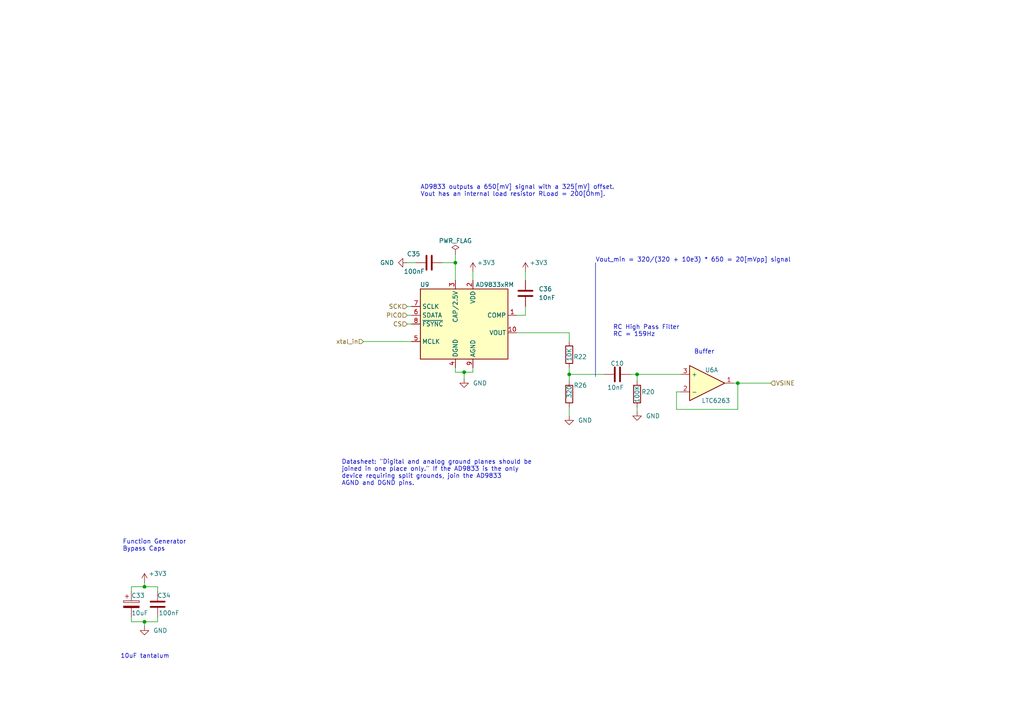
<source format=kicad_sch>
(kicad_sch (version 20230121) (generator eeschema)
  (paper "A4")
  (lib_symbols
    (symbol "Device:C" (pin_numbers hide) (pin_names (offset 0.254))
      (property "Reference" "C" (at 0.635 2.54 0))
      (property "Value" "C" (at 0.635 -2.54 0))
      (symbol "C_0_1"
        (polyline (pts (xy -2.032 -0.762) (xy 2.032 -0.762)) (stroke (width 0.508)))
        (polyline (pts (xy -2.032 0.762) (xy 2.032 0.762)) (stroke (width 0.508)))
      )
      (symbol "C_1_1"
        (pin passive line (at 0 3.81 270) (length 2.794) (name "~") (number "1"))
        (pin passive line (at 0 -3.81 90) (length 2.794) (name "~") (number "2"))
      )
    )
    (symbol "Device:C_Polarized" (pin_numbers hide) (pin_names (offset 0.254))
      (property "Reference" "C" (at 0.635 2.54 0))
      (property "Value" "C_Polarized" (at 0.635 -2.54 0))
      (symbol "C_Polarized_0_1"
        (rectangle (start -2.286 0.508) (end 2.286 1.016))
        (polyline (pts (xy -1.778 2.286) (xy -0.762 2.286)))
        (polyline (pts (xy -1.27 2.794) (xy -1.27 1.778)))
        (rectangle (start 2.286 -0.508) (end -2.286 -1.016) (fill (type outline)))
      )
      (symbol "C_Polarized_1_1"
        (pin passive line (at 0 3.81 270) (length 2.794) (name "~") (number "1"))
        (pin passive line (at 0 -3.81 90) (length 2.794) (name "~") (number "2"))
      )
    )
    (symbol "Device:R" (pin_numbers hide) (pin_names (offset 0))
      (property "Reference" "R" (at 2.032 0 90))
      (property "Value" "R" (at 0 0 90))
      (symbol "R_0_1"
        (rectangle (start -1.016 -2.54) (end 1.016 2.54) (stroke (width 0.254)))
      )
      (symbol "R_1_1"
        (pin passive line (at 0 3.81 270) (length 1.27) (name "~") (number "1"))
        (pin passive line (at 0 -3.81 90) (length 1.27) (name "~") (number "2"))
      )
    )
    (symbol "Interface:AD9833xRM"
      (property "Reference" "U" (at -12.7 11.43 0))
      (property "Value" "AD9833xRM" (at 5.08 11.43 0))
      (symbol "AD9833xRM_0_1"
        (rectangle (start -12.7 10.16) (end 12.7 -10.16) (stroke (width 0.254)) (fill (type background)))
      )
      (symbol "AD9833xRM_1_1"
        (pin passive line (at 15.24 2.54 180) (length 2.54) (name "COMP") (number "1"))
        (pin output line (at 15.24 -2.54 180) (length 2.54) (name "VOUT") (number "10"))
        (pin power_in line (at 2.54 12.7 270) (length 2.54) (name "VDD") (number "2"))
        (pin power_in line (at -2.54 12.7 270) (length 2.54) (name "CAP/2.5V") (number "3"))
        (pin power_in line (at -2.54 -12.7 90) (length 2.54) (name "DGND") (number "4"))
        (pin input line (at -15.24 -5.08 0) (length 2.54) (name "MCLK") (number "5"))
        (pin input line (at -15.24 2.54 0) (length 2.54) (name "SDATA") (number "6"))
        (pin input line (at -15.24 5.08 0) (length 2.54) (name "SCLK") (number "7"))
        (pin input line (at -15.24 0 0) (length 2.54) (name "~{FSYNC}") (number "8"))
        (pin power_in line (at 2.54 -12.7 90) (length 2.54) (name "AGND") (number "9"))
      )
    )
    (symbol "kicad_component_library:LTC6263"
      (property "Reference" "U" (at 2.54 -3.81 0))
      (property "Value" "LTC6263" (at 6.35 3.81 0))
      (symbol "LTC6263_1_1"
        (polyline (pts (xy -2.54 5.08) (xy 7.62 0) (xy -2.54 -5.08) (xy -2.54 5.08)) (stroke (width 0.254)) (fill (type background)))
        (pin output line (at 10.16 0 180) (length 2.54) (name "~") (number "1"))
        (pin input line (at -5.08 -2.54 0) (length 2.54) (name "-") (number "2"))
        (pin input line (at -5.08 2.54 0) (length 2.54) (name "+") (number "3"))
      )
      (symbol "LTC6263_2_1"
        (polyline (pts (xy -2.54 5.08) (xy 7.62 0) (xy -2.54 -5.08) (xy -2.54 5.08)) (stroke (width 0.254)) (fill (type background)))
        (pin input line (at -5.08 2.54 0) (length 2.54) (name "+") (number "5"))
        (pin input line (at -5.08 -2.54 0) (length 2.54) (name "-") (number "6"))
        (pin output line (at 10.16 0 180) (length 2.54) (name "~") (number "7"))
      )
      (symbol "LTC6263_3_1"
        (polyline (pts (xy -2.54 5.08) (xy 7.62 0) (xy -2.54 -5.08) (xy -2.54 5.08)) (stroke (width 0.254)) (fill (type background)))
        (pin output line (at 10.16 0 180) (length 2.54) (name "~") (number "10"))
        (pin input line (at -5.08 -2.54 0) (length 2.54) (name "-") (number "11"))
        (pin input line (at -5.08 2.54 0) (length 2.54) (name "+") (number "12"))
      )
      (symbol "LTC6263_4_1"
        (polyline (pts (xy -2.54 -5.08) (xy 7.62 0) (xy -2.54 5.08) (xy -2.54 -5.08)) (stroke (width 0.254)) (fill (type background)))
        (pin input line (at -5.08 2.54 0) (length 2.54) (name "+") (number "14"))
        (pin input line (at -5.08 -2.54 0) (length 2.54) (name "-") (number "15"))
        (pin output line (at 10.16 0 180) (length 2.54) (name "~") (number "16"))
      )
      (symbol "LTC6263_5_1"
        (pin power_in line (at 0 -7.62 90) (length 3.81) (name "V-") (number "13"))
        (pin power_in line (at 0 7.62 270) (length 3.81) (name "V+") (number "4"))
        (pin no_connect line (at 0 -0.635 0) (length 2.54) hide (name "NC") (number "8"))
        (pin no_connect line (at 0 0.635 0) (length 2.54) hide (name "NC") (number "9"))
      )
    )
    (symbol "power:+3.3V" (power) (pin_names (offset 0))
      (property "Value" "+3.3V" (at 0 3.556 0))
      (symbol "+3.3V_0_1"
        (polyline (pts (xy -0.762 1.27) (xy 0 2.54)))
        (polyline (pts (xy 0 0) (xy 0 2.54)))
        (polyline (pts (xy 0 2.54) (xy 0.762 1.27)))
      )
      (symbol "+3.3V_1_1"
        (pin power_in line (at 0 0 90) (length 0) hide (name "+3V3") (number "1"))
      )
    )
    (symbol "power:GND" (power) (pin_names (offset 0))
      (property "Value" "GND" (at 0 -3.81 0))
      (symbol "GND_0_1"
        (polyline (pts (xy 0 0) (xy 0 -1.27) (xy 1.27 -1.27) (xy 0 -2.54) (xy -1.27 -1.27) (xy 0 -1.27)))
      )
      (symbol "GND_1_1"
        (pin power_in line (at 0 0 270) (length 0) hide (name "GND") (number "1"))
      )
    )
    (symbol "power:PWR_FLAG" (power) (pin_numbers hide) (pin_names (offset 0) hide)
      (property "Value" "PWR_FLAG" (at 0 3.81 0))
      (symbol "PWR_FLAG_0_0"
        (pin power_out line (at 0 0 90) (length 0) (name "pwr") (number "1"))
      )
      (symbol "PWR_FLAG_0_1"
        (polyline (pts (xy 0 0) (xy 0 1.27) (xy -1.016 1.905) (xy 0 2.54) (xy 1.016 1.905) (xy 0 1.27)))
      )
    )
  )
  (junction (at 165.1 108.585))
  (junction (at 213.995 111.125))
  (junction (at 134.62 107.95))
  (junction (at 184.785 108.585))
  (junction (at 41.91 180.34))
  (junction (at 41.91 170.18))
  (junction (at 132.08 76.2))
  (wire (pts (xy 41.91 180.34) (xy 38.1 180.34)))
  (wire (pts (xy 165.1 96.52) (xy 165.1 99.06)))
  (wire (pts (xy 213.995 111.125) (xy 213.995 118.745)))
  (wire (pts (xy 165.1 108.585) (xy 165.1 110.49)))
  (wire (pts (xy 41.91 170.18) (xy 41.91 168.91)))
  (wire (pts (xy 137.16 78.74) (xy 137.16 81.28)))
  (wire (pts (xy 118.11 88.9) (xy 119.38 88.9)))
  (wire (pts (xy 182.88 108.585) (xy 184.785 108.585)))
  (wire (pts (xy 38.1 171.45) (xy 38.1 170.18)))
  (wire (pts (xy 118.11 76.2) (xy 120.65 76.2)))
  (wire (pts (xy 152.4 91.44) (xy 149.86 91.44)))
  (wire (pts (xy 105.41 99.06) (xy 119.38 99.06)))
  (wire (pts (xy 132.08 73.66) (xy 132.08 76.2)))
  (wire (pts (xy 134.62 107.95) (xy 137.16 107.95)))
  (wire (pts (xy 165.1 108.585) (xy 175.26 108.585)))
  (wire (pts (xy 132.08 107.95) (xy 132.08 106.68)))
  (wire (pts (xy 118.11 91.44) (xy 119.38 91.44)))
  (wire (pts (xy 152.4 78.74) (xy 152.4 81.28)))
  (wire (pts (xy 152.4 88.9) (xy 152.4 91.44)))
  (wire (pts (xy 134.62 109.855) (xy 134.62 107.95)))
  (wire (pts (xy 45.72 170.18) (xy 45.72 171.45)))
  (wire (pts (xy 184.785 108.585) (xy 197.485 108.585)))
  (wire (pts (xy 196.215 113.665) (xy 196.215 118.745)))
  (wire (pts (xy 45.72 179.07) (xy 45.72 180.34)))
  (wire (pts (xy 41.91 180.34) (xy 41.91 181.61)))
  (wire (pts (xy 41.91 170.18) (xy 45.72 170.18)))
  (wire (pts (xy 38.1 170.18) (xy 41.91 170.18)))
  (wire (pts (xy 132.08 81.28) (xy 132.08 76.2)))
  (wire (pts (xy 149.86 96.52) (xy 165.1 96.52)))
  (wire (pts (xy 137.16 107.95) (xy 137.16 106.68)))
  (wire (pts (xy 118.11 93.98) (xy 119.38 93.98)))
  (wire (pts (xy 196.215 118.745) (xy 213.995 118.745)))
  (wire (pts (xy 45.72 180.34) (xy 41.91 180.34)))
  (wire (pts (xy 184.785 108.585) (xy 184.785 110.49)))
  (wire (pts (xy 132.08 107.95) (xy 134.62 107.95)))
  (wire (pts (xy 213.995 111.125) (xy 223.52 111.125)))
  (wire (pts (xy 197.485 113.665) (xy 196.215 113.665)))
  (wire (pts (xy 213.995 111.125) (xy 212.725 111.125)))
  (wire (pts (xy 132.08 76.2) (xy 128.27 76.2)))
  (wire (pts (xy 184.785 118.11) (xy 184.785 119.38)))
  (wire (pts (xy 165.1 118.11) (xy 165.1 120.65)))
  (wire (pts (xy 38.1 180.34) (xy 38.1 179.07)))
  (wire (pts (xy 165.1 106.68) (xy 165.1 108.585)))
  (polyline (pts (xy 172.72 76.2) (xy 172.72 109.22)))
  (text "RC High Pass Filter\nRC = 159Hz" (at 177.8 97.79 0) (effects (font (size 1.27 1.27)) (justify left bottom)))
  (text "Function Generator\nBypass Caps" (at 35.56 160.02 0) (effects (font (size 1.27 1.27)) (justify left bottom)))
  (text "Vout_min = 320/(320 + 10e3) * 650 = 20[mVpp] signal" (at 172.72 76.2 0) (effects (font (size 1.27 1.27)) (justify left bottom)))
  (text "Datasheet: \"Digital and analog ground planes should be\njoined in one place only.\" If the AD9833 is the only \ndevice requiring split grounds, join the AD9833\nAGND and DGND pins." (at 99.06 140.97 0) (effects (font (size 1.27 1.27)) (justify left bottom)))
  (text "AD9833 outputs a 650[mV] signal with a 325[mV] offset.\nVout has an internal load resistor RLoad = 200[Ohm]." (at 121.92 57.15 0) (effects (font (size 1.27 1.27)) (justify left bottom)))
  (text "Buffer" (at 201.295 102.87 0) (effects (font (size 1.27 1.27)) (justify left bottom)))
  (text "10uF tantalum" (at 34.925 191.135 0) (effects (font (size 1.27 1.27)) (justify left bottom)))
  (hierarchical_label "PICO" (shape input) (at 118.11 91.44 180))
  (hierarchical_label "CS" (shape input) (at 118.11 93.98 180))
  (hierarchical_label "xtal_in" (shape input) (at 105.41 99.06 180))
  (hierarchical_label "VSINE" (shape input) (at 223.52 111.125 0))
  (hierarchical_label "SCK" (shape input) (at 118.11 88.9 180))
  (symbol (lib_id "Device:R") (at 184.785 114.3 180) (unit 1)
    (property "Reference" "R20" (at 187.96 113.665 0))
    (property "Value" "100K" (at 184.785 114.3 90))
    (property "Footprint" "Resistor_SMD:R_0402_1005Metric" (effects hide))
    (property "Datasheet" "https://www.yageo.com/upload/media/product/productsearch/datasheet/rchip/PYu-RT_1-to-0.01_RoHS_L_15.pdf" (effects hide))
    (property "Link" "https://www.digikey.com/en/products/detail/yageo/RT0402BRD07100KL/1068989" (effects hide))
    (property "Manufacturer" "Yageo" (effects hide))
    (property "Manufacturer Number" "RT0402BRD07100KL" (effects hide))
    (property "Tolerance" "0.1%" (effects hide))
    (instances (project "harp_lick_detector_capactive" (path "" (reference "R20") (unit 1)) (path "" (reference "R27") (unit 1))))
  )
  (symbol (lib_id "power:GND") (at 165.1 120.65 0) (unit 1)
    (property "Reference" "#PWR0103" (effects hide))
    (property "Value" "GND" (at 167.64 121.9199 0) (effects (justify left)))
    (instances (project "harp_lick_detector_capactive" (path "" (reference "#PWR0103") (unit 1)) (path "" (reference "#PWR0110") (unit 1)) (path "" (reference "#PWR071") (unit 1))))
  )
  (symbol (lib_id "Device:C") (at 179.07 108.585 90) (unit 1)
    (property "Reference" "C10" (at 180.975 105.41 90) (effects (justify left)))
    (property "Value" "10nF" (at 180.975 112.395 90) (effects (justify left)))
    (property "Footprint" "Capacitor_SMD:C_0402_1005Metric" (effects hide))
    (property "Datasheet" "https://search.murata.co.jp/Ceramy/image/img/A01X/G101/ENG/GRM1555C1E103GE01-01A.pdf" (effects hide))
    (property "Link" "https://www.digikey.com/en/products/detail/murata-electronics/GRM1555C1E103GE01D/16033920" (effects hide))
    (property "Manufacturer Number" "GRM1555C1E103GE01D" (effects hide))
    (property "Manufacturer" "Murata Electronics" (effects hide))
    (property "Rated Voltage" "25V" (effects hide))
    (property "Temperature Coefficient" "COG/NP0" (effects hide))
    (property "Vendor Number" "490-GRM1555C1E103GE01DDKR-ND" (effects hide))
    (property "Tolerance" "2%" (effects hide))
    (instances (project "harp_lick_detector_capactive" (path "" (reference "C10") (unit 1)) (path "" (reference "C32") (unit 1))))
  )
  (symbol (lib_id "Device:C") (at 152.4 85.09 180) (unit 1)
    (property "Reference" "C36" (at 156.21 83.8199 0) (effects (justify right)))
    (property "Value" "10nF" (at 156.21 86.3599 0) (effects (justify right)))
    (property "Footprint" "Capacitor_SMD:C_0402_1005Metric_Pad0.74x0.62mm_HandSolder" (effects hide))
    (property "Datasheet" "https://www.yageo.com/upload/media/product/productsearch/datasheet/mlcc/UPY-GPHC_X7R_6.3V-to-250V_23.pdf" (effects hide))
    (property "Link" "https://www.digikey.com/en/products/detail/yageo/CC0402KPX7R8BB103/11490384" (effects hide))
    (property "Manufacturer" "Yageo" (effects hide))
    (property "Manufacturer Number" "CC0402KPX7R8BB103" (effects hide))
    (property "Rated Voltage" "25V" (effects hide))
    (property "Temperature Coefficient" "X7R" (effects hide))
    (property "Tolerance" "10%" (effects hide))
  )
  (symbol (lib_id "Device:C_Polarized") (at 38.1 175.26 0) (unit 1)
    (property "Reference" "C33" (at 38.1 172.72 0) (effects (justify left)))
    (property "Value" "10uF" (at 38.1 177.8 0) (effects (justify left)))
    (property "Footprint" "Capacitor_SMD:C_0805_2012Metric_Pad1.18x1.45mm_HandSolder" (effects hide))
    (property "Datasheet" "https://connect.kemet.com:7667/gateway/IntelliData-ComponentDocumentation/1.0/download/specsheet/T529P106M010AAE200" (effects hide))
    (property "Link" "https://www.digikey.com/en/products/detail/kemet/T529P106M010AAE200/8582783" (effects hide))
    (property "Manufacturer" "Kemet" (effects hide))
    (property "Manufacturer Number" "T529P106M010AAE200" (effects hide))
    (property "Rated Voltage" "10V" (effects hide))
    (property "Tolerance" "20%" (effects hide))
    (property "Notes" "200mOhm ESR @ 100KHz, marking on positive side" (effects hide))
  )
  (symbol (lib_id "power:+3.3V") (at 41.91 168.91 0) (unit 1)
    (property "Reference" "#PWR066" (effects hide))
    (property "Value" "+3.3V" (at 45.72 166.37 0))
  )
  (symbol (lib_id "power:GND") (at 134.62 109.855 0) (unit 1)
    (property "Reference" "#PWR0103" (effects hide))
    (property "Value" "GND" (at 137.16 111.1249 0) (effects (justify left)))
    (instances (project "harp_lick_detector_capactive" (path "" (reference "#PWR0103") (unit 1)) (path "" (reference "#PWR0110") (unit 1)) (path "" (reference "#PWR090") (unit 1))))
  )
  (symbol (lib_id "Device:R") (at 165.1 114.3 0) (unit 1)
    (property "Reference" "R26" (at 166.37 111.76 0) (effects (justify left)))
    (property "Value" "320" (at 165.1 115.57 90) (effects (justify left)))
    (property "Footprint" "Resistor_SMD:R_0402_1005Metric" (effects hide))
    (property "Datasheet" "https://mm.digikey.com/Volume0/opasdata/d220001/medias/docus/323/RN73R_Type_DS.pdf" (effects hide))
    (property "Link" "https://www.digikey.com/en/products/detail/koa-speer-electronics-inc/RN73R1ETTP3200B25/10003722" (effects hide))
    (property "Manufacturer" "KOA Speer Electronics, Inc." (effects hide))
    (property "Manufacturer Number" "RN73R1ETTP3200B25" (effects hide))
    (property "Tolerance" "0.1%" (effects hide))
    (property "Vendor Number" "2019-RN73R1ETTP3200B25DKR-ND" (effects hide))
  )
  (symbol (lib_id "kicad_component_library:LTC6263") (at 202.565 111.125 0) (unit 1)
    (property "Reference" "U6" (at 206.375 107.315 0))
    (property "Value" "LTC6263" (at 207.645 116.205 0))
    (property "Footprint" "Package_SO:MSOP-16_3x4mm_P0.5mm" (effects hide))
    (property "Datasheet" "https://www.analog.com/media/en/technical-documentation/data-sheets/626123fa.pdf" (effects hide))
    (property "Link" "https://www.digikey.com/en/products/detail/analog-devices-inc/LTC6263IMS-PBF/6596388" (effects hide))
    (property "Manufacturer" "Analog Devices Inc." (effects hide))
    (property "Manufacturer Number" "LTC6263IMS#PBF" (effects hide))
  )
  (symbol (lib_id "power:+3.3V") (at 137.16 78.74 0) (unit 1)
    (property "Reference" "#PWR072" (effects hide))
    (property "Value" "+3.3V" (at 140.97 76.2 0))
  )
  (symbol (lib_id "Device:C") (at 124.46 76.2 90) (unit 1)
    (property "Reference" "C35" (at 121.92 73.66 90) (effects (justify left)))
    (property "Value" "100nF" (at 123.19 78.74 90) (effects (justify left)))
    (property "Footprint" "Capacitor_SMD:C_0402_1005Metric_Pad0.74x0.62mm_HandSolder" (effects hide))
    (property "Datasheet" "http://www.passivecomponent.com/wp-content/uploads/datasheet/WTC_MLCC_General_Purpose.pdf" (effects hide))
    (property "Link" "https://www.digikey.com/en/products/detail/walsin-technology-corporation/0402B104K160CT/6707534" (effects hide))
    (property "Manufacturer" "Walson Technology Corporation" (effects hide))
    (property "Manufacturer Number" "0402B104K160CT" (effects hide))
    (property "Rated Voltage" "16V" (effects hide))
    (property "Temperature Coefficient" "X7R" (effects hide))
    (property "Tolerance" "10%" (effects hide))
  )
  (symbol (lib_id "Interface:AD9833xRM") (at 134.62 93.98 0) (unit 1)
    (property "Reference" "U9" (at 123.19 82.55 0))
    (property "Value" "AD9833xRM" (at 143.51 82.55 0))
    (property "Footprint" "Package_SO:MSOP-10_3x3mm_P0.5mm" (effects hide))
    (property "Datasheet" "https://www.analog.com/media/en/technical-documentation/data-sheets/ad9833.pdf" (effects hide))
    (property "Link" "https://www.digikey.com/en/products/detail/analog-devices-inc/AD9833BRMZ-REEL7/994990" (effects hide))
    (property "Manufacturer" "Analog Devices Inc." (effects hide))
    (property "Manufacturer Number" "AD9833BRMZ-REEL7" (effects hide))
  )
  (symbol (lib_id "Device:C") (at 45.72 175.26 180) (unit 1)
    (property "Reference" "C34" (at 49.53 172.72 0) (effects (justify left)))
    (property "Value" "100nF" (at 52.07 177.8 0) (effects (justify left)))
    (property "Footprint" "Capacitor_SMD:C_0402_1005Metric_Pad0.74x0.62mm_HandSolder" (effects hide))
    (property "Datasheet" "http://www.passivecomponent.com/wp-content/uploads/datasheet/WTC_MLCC_General_Purpose.pdf" (effects hide))
    (property "Link" "https://www.digikey.com/en/products/detail/walsin-technology-corporation/0402B104K160CT/6707534" (effects hide))
    (property "Manufacturer" "Walson Technology Corporation" (effects hide))
    (property "Manufacturer Number" "0402B104K160CT" (effects hide))
    (property "Rated Voltage" "16V" (effects hide))
    (property "Temperature Coefficient" "X7R" (effects hide))
    (property "Tolerance" "10%" (effects hide))
  )
  (symbol (lib_id "power:GND") (at 184.785 119.38 0) (unit 1)
    (property "Reference" "#PWR0103" (effects hide))
    (property "Value" "GND" (at 187.325 120.6499 0) (effects (justify left)))
    (instances (project "harp_lick_detector_capactive" (path "" (reference "#PWR0103") (unit 1)) (path "" (reference "#PWR0110") (unit 1)) (path "" (reference "#PWR047") (unit 1))))
  )
  (symbol (lib_id "Device:R") (at 165.1 102.87 180) (unit 1)
    (property "Reference" "R22" (at 168.275 103.505 0))
    (property "Value" "10K" (at 165.1 102.87 90))
    (property "Footprint" "Resistor_SMD:R_0402_1005Metric" (effects hide))
    (property "Datasheet" "https://www.yageo.com/upload/media/product/productsearch/datasheet/rchip/PYu-RT_1-to-0.01_RoHS_L_15.pdf" (effects hide))
    (property "Link" "https://www.digikey.com/en/products/detail/yageo/RT0402BRD0710KL/1068998" (effects hide))
    (property "Manufacturer" "Yageo" (effects hide))
    (property "Manufacturer Number" "RT0402BRD0710KL" (effects hide))
    (property "Tolerance" "0.1%" (effects hide))
    (property "Temperature Coefficient" "25ppm/C" (effects hide))
    (instances (project "harp_lick_detector_capactive" (path "" (reference "R22") (unit 1)) (path "" (reference "R25") (unit 1))))
  )
  (symbol (lib_id "power:+3.3V") (at 152.4 78.74 0) (unit 1)
    (property "Reference" "#PWR073" (effects hide))
    (property "Value" "+3.3V" (at 156.21 76.2 0))
  )
  (symbol (lib_id "power:GND") (at 41.91 181.61 0) (unit 1)
    (property "Reference" "#PWR0103" (effects hide))
    (property "Value" "GND" (at 44.45 182.8799 0) (effects (justify left)))
    (instances (project "harp_lick_detector_capactive" (path "" (reference "#PWR0103") (unit 1)) (path "" (reference "#PWR0110") (unit 1)) (path "" (reference "#PWR067") (unit 1))))
  )
  (symbol (lib_id "power:PWR_FLAG") (at 132.08 73.66 0) (unit 1)
    (property "Reference" "#FLG04" (effects hide))
    (property "Value" "PWR_FLAG" (at 132.08 69.85 0))
  )
  (symbol (lib_id "power:GND") (at 118.11 76.2 270) (unit 1)
    (property "Reference" "#PWR0103" (effects hide))
    (property "Value" "GND" (at 114.3 76.2 90) (effects (justify right)))
    (instances (project "harp_lick_detector_capactive" (path "" (reference "#PWR0103") (unit 1)) (path "" (reference "#PWR0110") (unit 1)) (path "" (reference "#PWR070") (unit 1))))
  )
)
</source>
